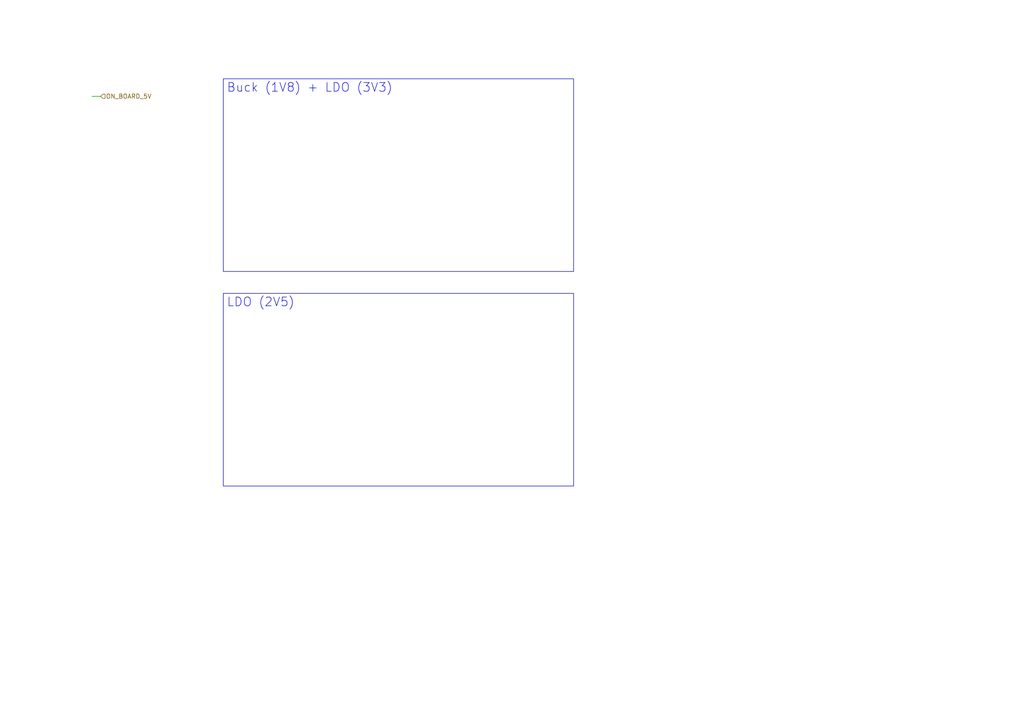
<source format=kicad_sch>
(kicad_sch
	(version 20250114)
	(generator "eeschema")
	(generator_version "9.0")
	(uuid "6b6c1859-1392-4eee-abd5-fbe83cd72a4a")
	(paper "A4")
	(title_block
		(title "PMIC_SUPPLIES")
		(rev "0.00")
	)
	(lib_symbols)
	(text_box "LDO (2V5)"
		(exclude_from_sim no)
		(at 64.77 85.09 0)
		(size 101.6 55.88)
		(margins 0.9525 0.9525 0.9525 0.9525)
		(stroke
			(width 0)
			(type solid)
		)
		(fill
			(type none)
		)
		(effects
			(font
				(size 2.54 2.54)
			)
			(justify left top)
		)
		(uuid "1fcb1bb4-4ea4-46d8-8988-217cf681c54b")
	)
	(text_box "Buck (1V8) + LDO (3V3)"
		(exclude_from_sim no)
		(at 64.77 22.86 0)
		(size 101.6 55.88)
		(margins 0.9525 0.9525 0.9525 0.9525)
		(stroke
			(width 0)
			(type solid)
		)
		(fill
			(type none)
		)
		(effects
			(font
				(size 2.54 2.54)
			)
			(justify left top)
		)
		(uuid "4a63ed38-a6af-4829-a116-52d5b7ce9511")
	)
	(wire
		(pts
			(xy 26.67 27.94) (xy 29.21 27.94)
		)
		(stroke
			(width 0)
			(type default)
		)
		(uuid "2c91408a-73f4-4cb6-9356-1732ab9d95e0")
	)
	(hierarchical_label "ON_BOARD_5V"
		(shape input)
		(at 29.21 27.94 0)
		(effects
			(font
				(size 1.27 1.27)
			)
			(justify left)
		)
		(uuid "188453c5-dc8a-4229-be19-89ffd7f00473")
	)
)

</source>
